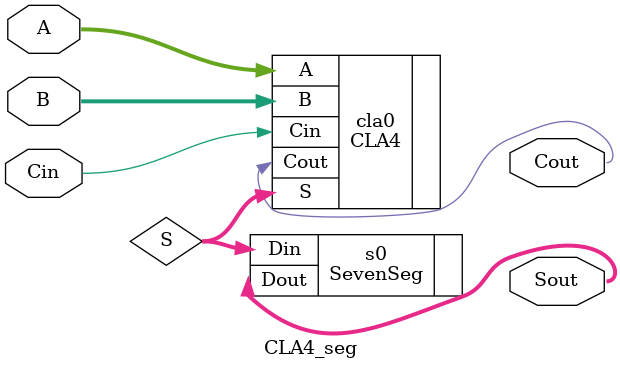
<source format=v>
module CLA4_seg(Cout, Sout, A, B, Cin);
output Cout;
output [6:0] Sout;
input [3:0] A,B;
input Cin;

wire [3:0] S;

CLA4 cla0(.Cout(Cout), .S(S), .A(A), .B(B), .Cin(Cin));
SevenSeg s0 (.Din(S),.Dout(Sout));

endmodule
</source>
